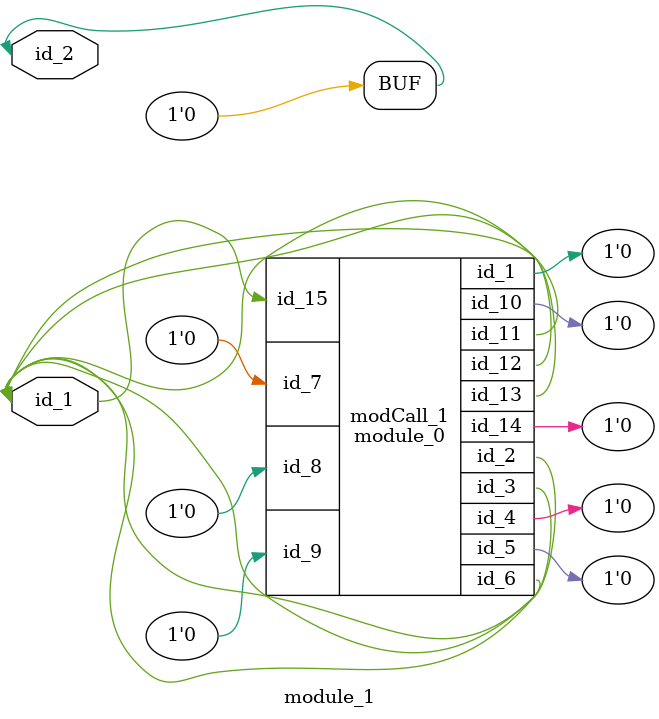
<source format=v>
module module_0 (
    id_1,
    id_2,
    id_3,
    id_4,
    id_5,
    id_6,
    id_7,
    id_8,
    id_9,
    id_10,
    id_11,
    id_12,
    id_13,
    id_14,
    id_15
);
  input wire id_15;
  inout wire id_14;
  output wire id_13;
  inout wire id_12;
  output wire id_11;
  inout wire id_10;
  input wire id_9;
  input wire id_8;
  input wire id_7;
  inout wire id_6;
  output wire id_5;
  output wire id_4;
  inout wire id_3;
  inout wire id_2;
  output wire id_1;
  assign id_6 = id_12;
  wire id_16;
endmodule
module module_1 (
    id_1,
    id_2
);
  inout wire id_2;
  inout wire id_1;
  assign id_2 = 1'b0;
  module_0 modCall_1 (
      id_2,
      id_1,
      id_1,
      id_2,
      id_2,
      id_1,
      id_2,
      id_2,
      id_2,
      id_2,
      id_1,
      id_1,
      id_1,
      id_2,
      id_1
  );
endmodule

</source>
